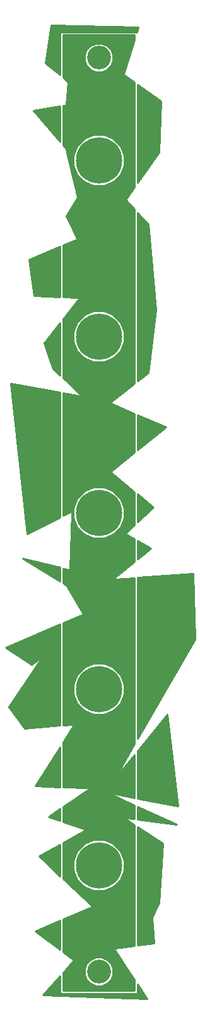
<source format=gbr>
G04 #@! TF.GenerationSoftware,KiCad,Pcbnew,(2018-02-10 revision a04965c)-master*
G04 #@! TF.CreationDate,2018-05-21T22:22:13-05:00*
G04 #@! TF.ProjectId,PSO_panel_rev1,50534F5F70616E656C5F726576312E6B,rev?*
G04 #@! TF.SameCoordinates,Original*
G04 #@! TF.FileFunction,Copper,L1,Top,Signal*
G04 #@! TF.FilePolarity,Positive*
%FSLAX46Y46*%
G04 Gerber Fmt 4.6, Leading zero omitted, Abs format (unit mm)*
G04 Created by KiCad (PCBNEW (2018-02-10 revision a04965c)-master) date Monday, May 21, 2018 at 10:22:13 PM*
%MOMM*%
%LPD*%
G01*
G04 APERTURE LIST*
%ADD10C,6.200000*%
%ADD11C,3.200000*%
%ADD12C,0.254000*%
G04 APERTURE END LIST*
D10*
X5000000Y-16990000D03*
X5000000Y-40615000D03*
X5000000Y-64240000D03*
X5000000Y-87865000D03*
X5000000Y-111490000D03*
D11*
X5000000Y-3248000D03*
X5000000Y-125748000D03*
D12*
G36*
X-201999Y-128480102D02*
X-205957Y-128500000D01*
X-190279Y-128578816D01*
X-145634Y-128645634D01*
X-78816Y-128690279D01*
X-19893Y-128702000D01*
X-19892Y-128702000D01*
X0Y-128705957D01*
X19893Y-128702000D01*
X9980108Y-128702000D01*
X10000000Y-128705957D01*
X10078816Y-128690279D01*
X10145634Y-128645634D01*
X10190279Y-128578816D01*
X10202000Y-128519893D01*
X10205957Y-128500000D01*
X10202000Y-128480107D01*
X10202000Y-127406952D01*
X11507063Y-129364547D01*
X-2474389Y-128882428D01*
X-201999Y-126342698D01*
X-201999Y-128480102D01*
X-201999Y-128480102D01*
G37*
X-201999Y-128480102D02*
X-205957Y-128500000D01*
X-190279Y-128578816D01*
X-145634Y-128645634D01*
X-78816Y-128690279D01*
X-19893Y-128702000D01*
X-19892Y-128702000D01*
X0Y-128705957D01*
X19893Y-128702000D01*
X9980108Y-128702000D01*
X10000000Y-128705957D01*
X10078816Y-128690279D01*
X10145634Y-128645634D01*
X10190279Y-128578816D01*
X10202000Y-128519893D01*
X10205957Y-128500000D01*
X10202000Y-128480107D01*
X10202000Y-127406952D01*
X11507063Y-129364547D01*
X-2474389Y-128882428D01*
X-201999Y-126342698D01*
X-201999Y-128480102D01*
G36*
X9798000Y-849653D02*
X8378616Y-5462651D01*
X8373563Y-5511946D01*
X8387759Y-5559422D01*
X8427170Y-5604042D01*
X9798000Y-6563623D01*
X9798000Y-20577091D01*
X8646935Y-22175793D01*
X8626383Y-22220883D01*
X8624650Y-22270406D01*
X8656680Y-22336142D01*
X9798000Y-23572572D01*
X9798000Y-46898961D01*
X6670664Y-49400830D01*
X6638752Y-49438739D01*
X6623777Y-49485975D01*
X6628018Y-49535346D01*
X6650830Y-49579336D01*
X6699504Y-49616530D01*
X9798000Y-50959212D01*
X9798000Y-56148961D01*
X6670664Y-58650830D01*
X6638752Y-58688739D01*
X6623777Y-58735975D01*
X6628018Y-58785346D01*
X6650830Y-58829336D01*
X6669116Y-58847912D01*
X9798000Y-61432643D01*
X9798001Y-65848145D01*
X8663346Y-66907156D01*
X8634412Y-66947385D01*
X8623075Y-66995623D01*
X8631062Y-67044528D01*
X8657156Y-67086654D01*
X8686990Y-67110267D01*
X9798001Y-67745130D01*
X9798001Y-70798961D01*
X7170664Y-72900830D01*
X7138752Y-72938739D01*
X7123777Y-72985975D01*
X7128018Y-73035346D01*
X7150830Y-73079336D01*
X7188739Y-73111248D01*
X7259048Y-73126677D01*
X9798001Y-72945323D01*
X9798001Y-95199500D01*
X7640020Y-98936491D01*
X7624088Y-98983412D01*
X7627325Y-99032859D01*
X7649237Y-99077304D01*
X7686491Y-99109980D01*
X7733412Y-99125912D01*
X7782859Y-99122675D01*
X7827304Y-99100763D01*
X7848566Y-99080085D01*
X9798001Y-96680781D01*
X9798001Y-102430085D01*
X7024907Y-101875466D01*
X6975354Y-101875414D01*
X6929553Y-101894330D01*
X6894477Y-101929332D01*
X6875466Y-101975093D01*
X6875414Y-102024646D01*
X6894330Y-102070447D01*
X6946977Y-102115402D01*
X9798001Y-103425332D01*
X9798001Y-105261609D01*
X8766785Y-105124114D01*
X8717333Y-105127273D01*
X8672854Y-105149117D01*
X8640120Y-105186318D01*
X8624114Y-105233215D01*
X8627273Y-105282667D01*
X8649117Y-105327146D01*
X8680786Y-105356482D01*
X9798001Y-106082672D01*
X9798001Y-122257710D01*
X7232039Y-122624276D01*
X7185294Y-122640720D01*
X7148400Y-122673800D01*
X7126973Y-122718481D01*
X7124276Y-122767961D01*
X7144330Y-122820447D01*
X9798001Y-126800954D01*
X9798001Y-128298000D01*
X202000Y-128298000D01*
X202000Y-125891170D01*
X673055Y-125364696D01*
X3073000Y-125364696D01*
X3073000Y-126131304D01*
X3366368Y-126839558D01*
X3908442Y-127381632D01*
X4616696Y-127675000D01*
X5383304Y-127675000D01*
X6091558Y-127381632D01*
X6633632Y-126839558D01*
X6927000Y-126131304D01*
X6927000Y-125364696D01*
X6633632Y-124656442D01*
X6091558Y-124114368D01*
X5383304Y-123821000D01*
X4616696Y-123821000D01*
X3908442Y-124114368D01*
X3366368Y-124656442D01*
X3073000Y-125364696D01*
X673055Y-125364696D01*
X1594646Y-124334683D01*
X1619848Y-124292018D01*
X1626804Y-124242955D01*
X1614456Y-124194966D01*
X1576967Y-124148980D01*
X202000Y-123101386D01*
X202000Y-118730425D01*
X4049114Y-117117119D01*
X4090195Y-117089408D01*
X4117544Y-117048086D01*
X4126999Y-116999444D01*
X4117119Y-116950886D01*
X4086540Y-116907049D01*
X202000Y-113290408D01*
X202000Y-110808327D01*
X1573000Y-110808327D01*
X1573000Y-112171673D01*
X2094730Y-113431240D01*
X3058760Y-114395270D01*
X4318327Y-114917000D01*
X5681673Y-114917000D01*
X6941240Y-114395270D01*
X7905270Y-113431240D01*
X8427000Y-112171673D01*
X8427000Y-110808327D01*
X7905270Y-109548760D01*
X6941240Y-108584730D01*
X5681673Y-108063000D01*
X4318327Y-108063000D01*
X3058760Y-108584730D01*
X2094730Y-109548760D01*
X1573000Y-110808327D01*
X202000Y-110808327D01*
X202000Y-108462438D01*
X3062053Y-106860808D01*
X3099734Y-106828627D01*
X3122231Y-106784475D01*
X3126120Y-106735075D01*
X3110808Y-106687947D01*
X3078627Y-106650266D01*
X3041955Y-106630130D01*
X202000Y-105636146D01*
X202000Y-103652347D01*
X3571544Y-101354931D01*
X3606253Y-101319565D01*
X3624786Y-101273608D01*
X3624322Y-101224057D01*
X3604931Y-101178456D01*
X3569565Y-101143747D01*
X3504377Y-101123075D01*
X202000Y-101009200D01*
X202000Y-95026268D01*
X1607145Y-92818183D01*
X1625082Y-92771990D01*
X1623976Y-92722450D01*
X1603996Y-92677103D01*
X1568183Y-92642855D01*
X1521990Y-92624918D01*
X1490260Y-92623374D01*
X202000Y-92722471D01*
X202000Y-87183327D01*
X1573000Y-87183327D01*
X1573000Y-88546673D01*
X2094730Y-89806240D01*
X3058760Y-90770270D01*
X4318327Y-91292000D01*
X5681673Y-91292000D01*
X6941240Y-90770270D01*
X7905270Y-89806240D01*
X8427000Y-88546673D01*
X8427000Y-87183327D01*
X7905270Y-85923760D01*
X6941240Y-84959730D01*
X5681673Y-84438000D01*
X4318327Y-84438000D01*
X3058760Y-84959730D01*
X2094730Y-85923760D01*
X1573000Y-87183327D01*
X202000Y-87183327D01*
X202000Y-78980172D01*
X2800028Y-77866731D01*
X2840891Y-77838701D01*
X2867917Y-77797167D01*
X2876991Y-77748452D01*
X2858902Y-77684659D01*
X608902Y-73934659D01*
X566560Y-73891839D01*
X202000Y-73667494D01*
X202000Y-71681409D01*
X969198Y-71873208D01*
X1018692Y-71875617D01*
X1065341Y-71858902D01*
X1102042Y-71825607D01*
X1123208Y-71780802D01*
X1126930Y-71754231D01*
X1376930Y-64254231D01*
X1368887Y-64205335D01*
X1342744Y-64163239D01*
X1302483Y-64134352D01*
X1254231Y-64123070D01*
X1193204Y-64136408D01*
X202000Y-64632010D01*
X202000Y-63558327D01*
X1573000Y-63558327D01*
X1573000Y-64921673D01*
X2094730Y-66181240D01*
X3058760Y-67145270D01*
X4318327Y-67667000D01*
X5681673Y-67667000D01*
X6941240Y-67145270D01*
X7905270Y-66181240D01*
X8427000Y-64921673D01*
X8427000Y-63558327D01*
X7905270Y-62298760D01*
X6941240Y-61334730D01*
X5681673Y-60813000D01*
X4318327Y-60813000D01*
X3058760Y-61334730D01*
X2094730Y-62298760D01*
X1573000Y-63558327D01*
X202000Y-63558327D01*
X202000Y-48205822D01*
X2476992Y-48624899D01*
X2526540Y-48624196D01*
X2572048Y-48604585D01*
X2606587Y-48569053D01*
X2624899Y-48523008D01*
X2624196Y-48473460D01*
X2604585Y-48427952D01*
X2586654Y-48407156D01*
X202000Y-46181479D01*
X202000Y-39933327D01*
X1573000Y-39933327D01*
X1573000Y-41296673D01*
X2094730Y-42556240D01*
X3058760Y-43520270D01*
X4318327Y-44042000D01*
X5681673Y-44042000D01*
X6941240Y-43520270D01*
X7905270Y-42556240D01*
X8427000Y-41296673D01*
X8427000Y-39933327D01*
X7905270Y-38673760D01*
X6941240Y-37709730D01*
X5681673Y-37188000D01*
X4318327Y-37188000D01*
X3058760Y-37709730D01*
X2094730Y-38673760D01*
X1573000Y-39933327D01*
X202000Y-39933327D01*
X202000Y-38291554D01*
X2349574Y-35578829D01*
X2372161Y-35534724D01*
X2376150Y-35485331D01*
X2360934Y-35438172D01*
X2328829Y-35400426D01*
X2284724Y-35377839D01*
X2255287Y-35373110D01*
X202000Y-35287556D01*
X202000Y-28398591D01*
X2049484Y-27616963D01*
X2090477Y-27589123D01*
X2117696Y-27547715D01*
X2126996Y-27499042D01*
X2113592Y-27443204D01*
X644770Y-24505561D01*
X2108902Y-22065341D01*
X2125617Y-22018692D01*
X2123748Y-21971443D01*
X816876Y-16308327D01*
X1573000Y-16308327D01*
X1573000Y-17671673D01*
X2094730Y-18931240D01*
X3058760Y-19895270D01*
X4318327Y-20417000D01*
X5681673Y-20417000D01*
X6941240Y-19895270D01*
X7905270Y-18931240D01*
X8427000Y-17671673D01*
X8427000Y-16308327D01*
X7905270Y-15048760D01*
X6941240Y-14084730D01*
X5681673Y-13563000D01*
X4318327Y-13563000D01*
X3058760Y-14084730D01*
X2094730Y-15048760D01*
X1573000Y-16308327D01*
X816876Y-16308327D01*
X623748Y-15471443D01*
X596426Y-15417349D01*
X202000Y-14957185D01*
X202000Y-9678418D01*
X520879Y-9625272D01*
X567229Y-9607746D01*
X603344Y-9573817D01*
X626561Y-9510547D01*
X876561Y-6510547D01*
X870963Y-6461311D01*
X831303Y-6402436D01*
X202000Y-5878017D01*
X202000Y-2864696D01*
X3073000Y-2864696D01*
X3073000Y-3631304D01*
X3366368Y-4339558D01*
X3908442Y-4881632D01*
X4616696Y-5175000D01*
X5383304Y-5175000D01*
X6091558Y-4881632D01*
X6633632Y-4339558D01*
X6927000Y-3631304D01*
X6927000Y-2864696D01*
X6633632Y-2156442D01*
X6091558Y-1614368D01*
X5383304Y-1321000D01*
X4616696Y-1321000D01*
X3908442Y-1614368D01*
X3366368Y-2156442D01*
X3073000Y-2864696D01*
X202000Y-2864696D01*
X202000Y-202000D01*
X9798000Y-202000D01*
X9798000Y-849653D01*
X9798000Y-849653D01*
G37*
X9798000Y-849653D02*
X8378616Y-5462651D01*
X8373563Y-5511946D01*
X8387759Y-5559422D01*
X8427170Y-5604042D01*
X9798000Y-6563623D01*
X9798000Y-20577091D01*
X8646935Y-22175793D01*
X8626383Y-22220883D01*
X8624650Y-22270406D01*
X8656680Y-22336142D01*
X9798000Y-23572572D01*
X9798000Y-46898961D01*
X6670664Y-49400830D01*
X6638752Y-49438739D01*
X6623777Y-49485975D01*
X6628018Y-49535346D01*
X6650830Y-49579336D01*
X6699504Y-49616530D01*
X9798000Y-50959212D01*
X9798000Y-56148961D01*
X6670664Y-58650830D01*
X6638752Y-58688739D01*
X6623777Y-58735975D01*
X6628018Y-58785346D01*
X6650830Y-58829336D01*
X6669116Y-58847912D01*
X9798000Y-61432643D01*
X9798001Y-65848145D01*
X8663346Y-66907156D01*
X8634412Y-66947385D01*
X8623075Y-66995623D01*
X8631062Y-67044528D01*
X8657156Y-67086654D01*
X8686990Y-67110267D01*
X9798001Y-67745130D01*
X9798001Y-70798961D01*
X7170664Y-72900830D01*
X7138752Y-72938739D01*
X7123777Y-72985975D01*
X7128018Y-73035346D01*
X7150830Y-73079336D01*
X7188739Y-73111248D01*
X7259048Y-73126677D01*
X9798001Y-72945323D01*
X9798001Y-95199500D01*
X7640020Y-98936491D01*
X7624088Y-98983412D01*
X7627325Y-99032859D01*
X7649237Y-99077304D01*
X7686491Y-99109980D01*
X7733412Y-99125912D01*
X7782859Y-99122675D01*
X7827304Y-99100763D01*
X7848566Y-99080085D01*
X9798001Y-96680781D01*
X9798001Y-102430085D01*
X7024907Y-101875466D01*
X6975354Y-101875414D01*
X6929553Y-101894330D01*
X6894477Y-101929332D01*
X6875466Y-101975093D01*
X6875414Y-102024646D01*
X6894330Y-102070447D01*
X6946977Y-102115402D01*
X9798001Y-103425332D01*
X9798001Y-105261609D01*
X8766785Y-105124114D01*
X8717333Y-105127273D01*
X8672854Y-105149117D01*
X8640120Y-105186318D01*
X8624114Y-105233215D01*
X8627273Y-105282667D01*
X8649117Y-105327146D01*
X8680786Y-105356482D01*
X9798001Y-106082672D01*
X9798001Y-122257710D01*
X7232039Y-122624276D01*
X7185294Y-122640720D01*
X7148400Y-122673800D01*
X7126973Y-122718481D01*
X7124276Y-122767961D01*
X7144330Y-122820447D01*
X9798001Y-126800954D01*
X9798001Y-128298000D01*
X202000Y-128298000D01*
X202000Y-125891170D01*
X673055Y-125364696D01*
X3073000Y-125364696D01*
X3073000Y-126131304D01*
X3366368Y-126839558D01*
X3908442Y-127381632D01*
X4616696Y-127675000D01*
X5383304Y-127675000D01*
X6091558Y-127381632D01*
X6633632Y-126839558D01*
X6927000Y-126131304D01*
X6927000Y-125364696D01*
X6633632Y-124656442D01*
X6091558Y-124114368D01*
X5383304Y-123821000D01*
X4616696Y-123821000D01*
X3908442Y-124114368D01*
X3366368Y-124656442D01*
X3073000Y-125364696D01*
X673055Y-125364696D01*
X1594646Y-124334683D01*
X1619848Y-124292018D01*
X1626804Y-124242955D01*
X1614456Y-124194966D01*
X1576967Y-124148980D01*
X202000Y-123101386D01*
X202000Y-118730425D01*
X4049114Y-117117119D01*
X4090195Y-117089408D01*
X4117544Y-117048086D01*
X4126999Y-116999444D01*
X4117119Y-116950886D01*
X4086540Y-116907049D01*
X202000Y-113290408D01*
X202000Y-110808327D01*
X1573000Y-110808327D01*
X1573000Y-112171673D01*
X2094730Y-113431240D01*
X3058760Y-114395270D01*
X4318327Y-114917000D01*
X5681673Y-114917000D01*
X6941240Y-114395270D01*
X7905270Y-113431240D01*
X8427000Y-112171673D01*
X8427000Y-110808327D01*
X7905270Y-109548760D01*
X6941240Y-108584730D01*
X5681673Y-108063000D01*
X4318327Y-108063000D01*
X3058760Y-108584730D01*
X2094730Y-109548760D01*
X1573000Y-110808327D01*
X202000Y-110808327D01*
X202000Y-108462438D01*
X3062053Y-106860808D01*
X3099734Y-106828627D01*
X3122231Y-106784475D01*
X3126120Y-106735075D01*
X3110808Y-106687947D01*
X3078627Y-106650266D01*
X3041955Y-106630130D01*
X202000Y-105636146D01*
X202000Y-103652347D01*
X3571544Y-101354931D01*
X3606253Y-101319565D01*
X3624786Y-101273608D01*
X3624322Y-101224057D01*
X3604931Y-101178456D01*
X3569565Y-101143747D01*
X3504377Y-101123075D01*
X202000Y-101009200D01*
X202000Y-95026268D01*
X1607145Y-92818183D01*
X1625082Y-92771990D01*
X1623976Y-92722450D01*
X1603996Y-92677103D01*
X1568183Y-92642855D01*
X1521990Y-92624918D01*
X1490260Y-92623374D01*
X202000Y-92722471D01*
X202000Y-87183327D01*
X1573000Y-87183327D01*
X1573000Y-88546673D01*
X2094730Y-89806240D01*
X3058760Y-90770270D01*
X4318327Y-91292000D01*
X5681673Y-91292000D01*
X6941240Y-90770270D01*
X7905270Y-89806240D01*
X8427000Y-88546673D01*
X8427000Y-87183327D01*
X7905270Y-85923760D01*
X6941240Y-84959730D01*
X5681673Y-84438000D01*
X4318327Y-84438000D01*
X3058760Y-84959730D01*
X2094730Y-85923760D01*
X1573000Y-87183327D01*
X202000Y-87183327D01*
X202000Y-78980172D01*
X2800028Y-77866731D01*
X2840891Y-77838701D01*
X2867917Y-77797167D01*
X2876991Y-77748452D01*
X2858902Y-77684659D01*
X608902Y-73934659D01*
X566560Y-73891839D01*
X202000Y-73667494D01*
X202000Y-71681409D01*
X969198Y-71873208D01*
X1018692Y-71875617D01*
X1065341Y-71858902D01*
X1102042Y-71825607D01*
X1123208Y-71780802D01*
X1126930Y-71754231D01*
X1376930Y-64254231D01*
X1368887Y-64205335D01*
X1342744Y-64163239D01*
X1302483Y-64134352D01*
X1254231Y-64123070D01*
X1193204Y-64136408D01*
X202000Y-64632010D01*
X202000Y-63558327D01*
X1573000Y-63558327D01*
X1573000Y-64921673D01*
X2094730Y-66181240D01*
X3058760Y-67145270D01*
X4318327Y-67667000D01*
X5681673Y-67667000D01*
X6941240Y-67145270D01*
X7905270Y-66181240D01*
X8427000Y-64921673D01*
X8427000Y-63558327D01*
X7905270Y-62298760D01*
X6941240Y-61334730D01*
X5681673Y-60813000D01*
X4318327Y-60813000D01*
X3058760Y-61334730D01*
X2094730Y-62298760D01*
X1573000Y-63558327D01*
X202000Y-63558327D01*
X202000Y-48205822D01*
X2476992Y-48624899D01*
X2526540Y-48624196D01*
X2572048Y-48604585D01*
X2606587Y-48569053D01*
X2624899Y-48523008D01*
X2624196Y-48473460D01*
X2604585Y-48427952D01*
X2586654Y-48407156D01*
X202000Y-46181479D01*
X202000Y-39933327D01*
X1573000Y-39933327D01*
X1573000Y-41296673D01*
X2094730Y-42556240D01*
X3058760Y-43520270D01*
X4318327Y-44042000D01*
X5681673Y-44042000D01*
X6941240Y-43520270D01*
X7905270Y-42556240D01*
X8427000Y-41296673D01*
X8427000Y-39933327D01*
X7905270Y-38673760D01*
X6941240Y-37709730D01*
X5681673Y-37188000D01*
X4318327Y-37188000D01*
X3058760Y-37709730D01*
X2094730Y-38673760D01*
X1573000Y-39933327D01*
X202000Y-39933327D01*
X202000Y-38291554D01*
X2349574Y-35578829D01*
X2372161Y-35534724D01*
X2376150Y-35485331D01*
X2360934Y-35438172D01*
X2328829Y-35400426D01*
X2284724Y-35377839D01*
X2255287Y-35373110D01*
X202000Y-35287556D01*
X202000Y-28398591D01*
X2049484Y-27616963D01*
X2090477Y-27589123D01*
X2117696Y-27547715D01*
X2126996Y-27499042D01*
X2113592Y-27443204D01*
X644770Y-24505561D01*
X2108902Y-22065341D01*
X2125617Y-22018692D01*
X2123748Y-21971443D01*
X816876Y-16308327D01*
X1573000Y-16308327D01*
X1573000Y-17671673D01*
X2094730Y-18931240D01*
X3058760Y-19895270D01*
X4318327Y-20417000D01*
X5681673Y-20417000D01*
X6941240Y-19895270D01*
X7905270Y-18931240D01*
X8427000Y-17671673D01*
X8427000Y-16308327D01*
X7905270Y-15048760D01*
X6941240Y-14084730D01*
X5681673Y-13563000D01*
X4318327Y-13563000D01*
X3058760Y-14084730D01*
X2094730Y-15048760D01*
X1573000Y-16308327D01*
X816876Y-16308327D01*
X623748Y-15471443D01*
X596426Y-15417349D01*
X202000Y-14957185D01*
X202000Y-9678418D01*
X520879Y-9625272D01*
X567229Y-9607746D01*
X603344Y-9573817D01*
X626561Y-9510547D01*
X876561Y-6510547D01*
X870963Y-6461311D01*
X831303Y-6402436D01*
X202000Y-5878017D01*
X202000Y-2864696D01*
X3073000Y-2864696D01*
X3073000Y-3631304D01*
X3366368Y-4339558D01*
X3908442Y-4881632D01*
X4616696Y-5175000D01*
X5383304Y-5175000D01*
X6091558Y-4881632D01*
X6633632Y-4339558D01*
X6927000Y-3631304D01*
X6927000Y-2864696D01*
X6633632Y-2156442D01*
X6091558Y-1614368D01*
X5383304Y-1321000D01*
X4616696Y-1321000D01*
X3908442Y-1614368D01*
X3366368Y-2156442D01*
X3073000Y-2864696D01*
X202000Y-2864696D01*
X202000Y-202000D01*
X9798000Y-202000D01*
X9798000Y-849653D01*
G36*
X-201999Y-122793578D02*
X-3498255Y-120282145D01*
X-201999Y-118899844D01*
X-201999Y-122793578D01*
X-201999Y-122793578D01*
G37*
X-201999Y-122793578D02*
X-3498255Y-120282145D01*
X-201999Y-118899844D01*
X-201999Y-122793578D01*
G36*
X13618622Y-108566076D02*
X13124858Y-116466304D01*
X12136408Y-118443204D01*
X12123323Y-118509048D01*
X12364892Y-121891011D01*
X10202000Y-122199996D01*
X10202000Y-106345271D01*
X13618622Y-108566076D01*
X13618622Y-108566076D01*
G37*
X13618622Y-108566076D02*
X13124858Y-116466304D01*
X12136408Y-118443204D01*
X12123323Y-118509048D01*
X12364892Y-121891011D01*
X10202000Y-122199996D01*
X10202000Y-106345271D01*
X13618622Y-108566076D01*
G36*
X-201999Y-112914271D02*
X-3036001Y-110275718D01*
X-201999Y-108688677D01*
X-201999Y-112914271D01*
X-201999Y-112914271D01*
G37*
X-201999Y-112914271D02*
X-3036001Y-110275718D01*
X-201999Y-108688677D01*
X-201999Y-112914271D01*
G36*
X15428576Y-106012353D02*
X10202000Y-105315476D01*
X10202000Y-103610953D01*
X15428576Y-106012353D01*
X15428576Y-106012353D01*
G37*
X15428576Y-106012353D02*
X10202000Y-105315476D01*
X10202000Y-103610953D01*
X15428576Y-106012353D01*
G36*
X-201999Y-105494746D02*
X-1720624Y-104963227D01*
X-201999Y-103927801D01*
X-201999Y-105494746D01*
X-201999Y-105494746D01*
G37*
X-201999Y-105494746D02*
X-1720624Y-104963227D01*
X-201999Y-103927801D01*
X-201999Y-105494746D01*
G36*
X15603439Y-103591172D02*
X10202000Y-102510884D01*
X10202000Y-96183551D01*
X14158995Y-91313403D01*
X15603439Y-103591172D01*
X15603439Y-103591172D01*
G37*
X15603439Y-103591172D02*
X10202000Y-102510884D01*
X10202000Y-96183551D01*
X14158995Y-91313403D01*
X15603439Y-103591172D01*
G36*
X-201999Y-100995269D02*
X-3523568Y-100880732D01*
X-201999Y-95661124D01*
X-201999Y-100995269D01*
X-201999Y-100995269D01*
G37*
X-201999Y-100995269D02*
X-3523568Y-100880732D01*
X-201999Y-95661124D01*
X-201999Y-100995269D01*
G36*
X17872051Y-81217608D02*
X10202000Y-94499891D01*
X10202000Y-72916466D01*
X17626732Y-72386128D01*
X17872051Y-81217608D01*
X17872051Y-81217608D01*
G37*
X17872051Y-81217608D02*
X10202000Y-94499891D01*
X10202000Y-72916466D01*
X17626732Y-72386128D01*
X17872051Y-81217608D01*
G36*
X-201999Y-92753548D02*
X-4940230Y-93118027D01*
X-7093961Y-90246385D01*
X-2894980Y-84071413D01*
X-2875646Y-84025788D01*
X-2875243Y-83976237D01*
X-2893833Y-83930303D01*
X-2928587Y-83894980D01*
X-2974212Y-83875646D01*
X-3023763Y-83875243D01*
X-3076200Y-83898400D01*
X-4004317Y-84594488D01*
X-7484481Y-82274378D01*
X-201999Y-79153314D01*
X-201999Y-92753548D01*
X-201999Y-92753548D01*
G37*
X-201999Y-92753548D02*
X-4940230Y-93118027D01*
X-7093961Y-90246385D01*
X-2894980Y-84071413D01*
X-2875646Y-84025788D01*
X-2875243Y-83976237D01*
X-2893833Y-83930303D01*
X-2928587Y-83894980D01*
X-2974212Y-83875646D01*
X-3023763Y-83875243D01*
X-3076200Y-83898400D01*
X-4004317Y-84594488D01*
X-7484481Y-82274378D01*
X-201999Y-79153314D01*
X-201999Y-92753548D01*
G36*
X-201999Y-71580409D02*
X-201999Y-73418879D01*
X-5233603Y-70322508D01*
X-201999Y-71580409D01*
X-201999Y-71580409D01*
G37*
X-201999Y-71580409D02*
X-201999Y-73418879D01*
X-5233603Y-70322508D01*
X-201999Y-71580409D01*
G36*
X12024752Y-69017560D02*
X10202000Y-70475761D01*
X10202000Y-67975987D01*
X12024752Y-69017560D01*
X12024752Y-69017560D01*
G37*
X12024752Y-69017560D02*
X10202000Y-70475761D01*
X10202000Y-67975987D01*
X12024752Y-69017560D01*
G36*
X-202000Y-48131401D02*
X-201999Y-64834010D01*
X-4643657Y-67054839D01*
X-6855135Y-46905823D01*
X-202000Y-48131401D01*
X-202000Y-48131401D01*
G37*
X-202000Y-48131401D02*
X-201999Y-64834010D01*
X-4643657Y-67054839D01*
X-6855135Y-46905823D01*
X-202000Y-48131401D01*
G36*
X12307635Y-63505819D02*
X10202000Y-65471079D01*
X10202000Y-61766381D01*
X12307635Y-63505819D01*
X12307635Y-63505819D01*
G37*
X12307635Y-63505819D02*
X10202000Y-65471079D01*
X10202000Y-61766381D01*
X12307635Y-63505819D01*
G36*
X14005905Y-52782637D02*
X10202000Y-55825761D01*
X10202000Y-51134278D01*
X14005905Y-52782637D01*
X14005905Y-52782637D01*
G37*
X14005905Y-52782637D02*
X10202000Y-55825761D01*
X10202000Y-51134278D01*
X14005905Y-52782637D01*
G36*
X11627237Y-25554246D02*
X12622352Y-36998064D01*
X11629960Y-45433393D01*
X10202000Y-46575761D01*
X10202000Y-24010239D01*
X11627237Y-25554246D01*
X11627237Y-25554246D01*
G37*
X11627237Y-25554246D02*
X12622352Y-36998064D01*
X11629960Y-45433393D01*
X10202000Y-46575761D01*
X10202000Y-24010239D01*
X11627237Y-25554246D01*
G36*
X-202000Y-45804412D02*
X-1140780Y-44928217D01*
X-2356711Y-41523610D01*
X-202000Y-38801869D01*
X-202000Y-45804412D01*
X-202000Y-45804412D01*
G37*
X-202000Y-45804412D02*
X-1140780Y-44928217D01*
X-2356711Y-41523610D01*
X-202000Y-38801869D01*
X-202000Y-45804412D01*
G36*
X-202000Y-35270723D02*
X-3639958Y-35127475D01*
X-4359792Y-30328580D01*
X-202000Y-28569514D01*
X-202000Y-35270723D01*
X-202000Y-35270723D01*
G37*
X-202000Y-35270723D02*
X-3639958Y-35127475D01*
X-4359792Y-30328580D01*
X-202000Y-28569514D01*
X-202000Y-35270723D01*
G36*
X13370617Y-9064455D02*
X13124454Y-15957016D01*
X10202000Y-20015980D01*
X10202000Y-6846423D01*
X13370617Y-9064455D01*
X13370617Y-9064455D01*
G37*
X13370617Y-9064455D02*
X13124454Y-15957016D01*
X10202000Y-20015980D01*
X10202000Y-6846423D01*
X13370617Y-9064455D01*
G36*
X-202000Y-14485852D02*
X-3757075Y-10338264D01*
X-202000Y-9745752D01*
X-202000Y-14485852D01*
X-202000Y-14485852D01*
G37*
X-202000Y-14485852D02*
X-3757075Y-10338264D01*
X-202000Y-9745752D01*
X-202000Y-14485852D01*
G36*
X10329134Y876533D02*
X10111301Y168574D01*
X10078816Y190279D01*
X10019893Y202000D01*
X10019892Y202000D01*
X10000000Y205957D01*
X9980107Y202000D01*
X19892Y202000D01*
X0Y205957D01*
X-19893Y202000D01*
X-78816Y190279D01*
X-145634Y145634D01*
X-190279Y78816D01*
X-205957Y0D01*
X-202000Y-19893D01*
X-202000Y-5541350D01*
X-2114254Y-3947805D01*
X-1390184Y1120685D01*
X10329134Y876533D01*
X10329134Y876533D01*
G37*
X10329134Y876533D02*
X10111301Y168574D01*
X10078816Y190279D01*
X10019893Y202000D01*
X10019892Y202000D01*
X10000000Y205957D01*
X9980107Y202000D01*
X19892Y202000D01*
X0Y205957D01*
X-19893Y202000D01*
X-78816Y190279D01*
X-145634Y145634D01*
X-190279Y78816D01*
X-205957Y0D01*
X-202000Y-19893D01*
X-202000Y-5541350D01*
X-2114254Y-3947805D01*
X-1390184Y1120685D01*
X10329134Y876533D01*
M02*

</source>
